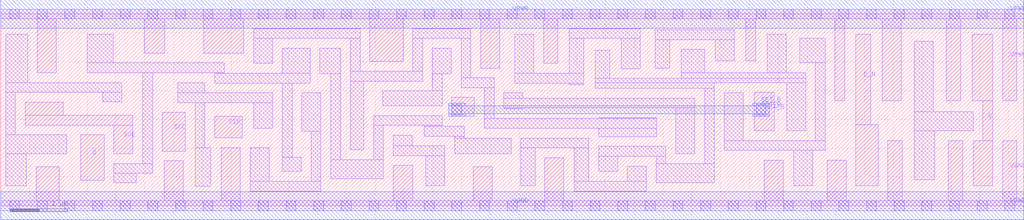
<source format=lef>
# Copyright 2020 The SkyWater PDK Authors
#
# Licensed under the Apache License, Version 2.0 (the "License");
# you may not use this file except in compliance with the License.
# You may obtain a copy of the License at
#
#     https://www.apache.org/licenses/LICENSE-2.0
#
# Unless required by applicable law or agreed to in writing, software
# distributed under the License is distributed on an "AS IS" BASIS,
# WITHOUT WARRANTIES OR CONDITIONS OF ANY KIND, either express or implied.
# See the License for the specific language governing permissions and
# limitations under the License.
#
# SPDX-License-Identifier: Apache-2.0

VERSION 5.7 ;
  NAMESCASESENSITIVE ON ;
  NOWIREEXTENSIONATPIN ON ;
  DIVIDERCHAR "/" ;
  BUSBITCHARS "[]" ;
UNITS
  DATABASE MICRONS 200 ;
END UNITS
MACRO sky130_fd_sc_ls__sdfsbp_2
  CLASS CORE ;
  SOURCE USER ;
  FOREIGN sky130_fd_sc_ls__sdfsbp_2 ;
  ORIGIN  0.000000  0.000000 ;
  SIZE  17.76000 BY  3.330000 ;
  SYMMETRY X Y ;
  SITE unit ;
  PIN D
    ANTENNAGATEAREA  0.159000 ;
    DIRECTION INPUT ;
    USE SIGNAL ;
    PORT
      LAYER li1 ;
        RECT 1.385000 0.440000 1.795000 1.230000 ;
    END
  END D
  PIN Q
    ANTENNADIFFAREA  0.543200 ;
    DIRECTION OUTPUT ;
    USE SIGNAL ;
    PORT
      LAYER li1 ;
        RECT 16.865000 1.820000 17.225000 2.980000 ;
        RECT 16.885000 0.350000 17.225000 1.130000 ;
        RECT 17.055000 1.130000 17.225000 1.820000 ;
    END
  END Q
  PIN Q_N
    ANTENNADIFFAREA  0.558000 ;
    DIRECTION OUTPUT ;
    USE SIGNAL ;
    PORT
      LAYER li1 ;
        RECT 14.850000 0.350000 15.235000 1.410000 ;
        RECT 14.850000 1.410000 15.105000 2.980000 ;
    END
  END Q_N
  PIN SCD
    ANTENNAGATEAREA  0.159000 ;
    DIRECTION INPUT ;
    USE SIGNAL ;
    PORT
      LAYER li1 ;
        RECT 2.805000 0.950000 3.205000 1.620000 ;
    END
  END SCD
  PIN SCE
    ANTENNAGATEAREA  0.318000 ;
    DIRECTION INPUT ;
    USE SIGNAL ;
    PORT
      LAYER li1 ;
        RECT 0.425000 1.400000 2.295000 1.570000 ;
        RECT 0.425000 1.570000 1.085000 1.800000 ;
        RECT 1.965000 0.900000 2.295000 1.400000 ;
    END
  END SCE
  PIN SET_B
    ANTENNAGATEAREA  0.252000 ;
    DIRECTION INPUT ;
    USE SIGNAL ;
    PORT
      LAYER li1 ;
        RECT  7.835000 1.550000  8.225000 1.880000 ;
        RECT 13.085000 1.300000 13.435000 1.970000 ;
      LAYER mcon ;
        RECT  7.835000 1.580000  8.005000 1.750000 ;
        RECT 13.115000 1.580000 13.285000 1.750000 ;
      LAYER met1 ;
        RECT  7.775000 1.550000  8.065000 1.595000 ;
        RECT  7.775000 1.595000 13.345000 1.735000 ;
        RECT  7.775000 1.735000  8.065000 1.780000 ;
        RECT 13.055000 1.550000 13.345000 1.595000 ;
        RECT 13.055000 1.735000 13.345000 1.780000 ;
    END
  END SET_B
  PIN CLK
    ANTENNAGATEAREA  0.279000 ;
    DIRECTION INPUT ;
    USE CLOCK ;
    PORT
      LAYER li1 ;
        RECT 3.715000 1.180000 4.195000 1.550000 ;
    END
  END CLK
  PIN VGND
    DIRECTION INOUT ;
    SHAPE ABUTMENT ;
    USE GROUND ;
    PORT
      LAYER li1 ;
        RECT  0.000000 -0.085000 17.760000 0.085000 ;
        RECT  0.615000  0.085000  1.020000 0.680000 ;
        RECT  2.840000  0.085000  3.170000 0.780000 ;
        RECT  3.830000  0.085000  4.160000 1.010000 ;
        RECT  6.815000  0.085000  7.150000 0.700000 ;
        RECT  8.200000  0.085000  8.530000 0.680000 ;
        RECT  9.450000  0.085000  9.780000 0.835000 ;
        RECT 13.260000  0.085000 13.590000 0.790000 ;
        RECT 14.350000  0.085000 14.680000 0.790000 ;
        RECT 15.405000  0.085000 15.655000 1.130000 ;
        RECT 16.455000  0.085000 16.705000 1.130000 ;
        RECT 17.395000  0.085000 17.645000 1.130000 ;
      LAYER mcon ;
        RECT  0.155000 -0.085000  0.325000 0.085000 ;
        RECT  0.635000 -0.085000  0.805000 0.085000 ;
        RECT  1.115000 -0.085000  1.285000 0.085000 ;
        RECT  1.595000 -0.085000  1.765000 0.085000 ;
        RECT  2.075000 -0.085000  2.245000 0.085000 ;
        RECT  2.555000 -0.085000  2.725000 0.085000 ;
        RECT  3.035000 -0.085000  3.205000 0.085000 ;
        RECT  3.515000 -0.085000  3.685000 0.085000 ;
        RECT  3.995000 -0.085000  4.165000 0.085000 ;
        RECT  4.475000 -0.085000  4.645000 0.085000 ;
        RECT  4.955000 -0.085000  5.125000 0.085000 ;
        RECT  5.435000 -0.085000  5.605000 0.085000 ;
        RECT  5.915000 -0.085000  6.085000 0.085000 ;
        RECT  6.395000 -0.085000  6.565000 0.085000 ;
        RECT  6.875000 -0.085000  7.045000 0.085000 ;
        RECT  7.355000 -0.085000  7.525000 0.085000 ;
        RECT  7.835000 -0.085000  8.005000 0.085000 ;
        RECT  8.315000 -0.085000  8.485000 0.085000 ;
        RECT  8.795000 -0.085000  8.965000 0.085000 ;
        RECT  9.275000 -0.085000  9.445000 0.085000 ;
        RECT  9.755000 -0.085000  9.925000 0.085000 ;
        RECT 10.235000 -0.085000 10.405000 0.085000 ;
        RECT 10.715000 -0.085000 10.885000 0.085000 ;
        RECT 11.195000 -0.085000 11.365000 0.085000 ;
        RECT 11.675000 -0.085000 11.845000 0.085000 ;
        RECT 12.155000 -0.085000 12.325000 0.085000 ;
        RECT 12.635000 -0.085000 12.805000 0.085000 ;
        RECT 13.115000 -0.085000 13.285000 0.085000 ;
        RECT 13.595000 -0.085000 13.765000 0.085000 ;
        RECT 14.075000 -0.085000 14.245000 0.085000 ;
        RECT 14.555000 -0.085000 14.725000 0.085000 ;
        RECT 15.035000 -0.085000 15.205000 0.085000 ;
        RECT 15.515000 -0.085000 15.685000 0.085000 ;
        RECT 15.995000 -0.085000 16.165000 0.085000 ;
        RECT 16.475000 -0.085000 16.645000 0.085000 ;
        RECT 16.955000 -0.085000 17.125000 0.085000 ;
        RECT 17.435000 -0.085000 17.605000 0.085000 ;
      LAYER met1 ;
        RECT 0.000000 -0.245000 17.760000 0.245000 ;
    END
  END VGND
  PIN VPWR
    DIRECTION INOUT ;
    SHAPE ABUTMENT ;
    USE POWER ;
    PORT
      LAYER li1 ;
        RECT  0.000000 3.245000 17.760000 3.415000 ;
        RECT  0.635000 2.310000  0.965000 3.245000 ;
        RECT  2.495000 2.650000  2.845000 3.245000 ;
        RECT  3.525000 2.650000  4.220000 3.245000 ;
        RECT  6.410000 2.505000  6.985000 3.245000 ;
        RECT  8.335000 2.390000  8.665000 3.245000 ;
        RECT  9.425000 2.470000  9.675000 3.245000 ;
        RECT 12.940000 2.520000 13.110000 3.245000 ;
        RECT 14.485000 1.820000 14.655000 3.245000 ;
        RECT 15.305000 1.820000 15.635000 3.245000 ;
        RECT 16.415000 1.820000 16.665000 3.245000 ;
        RECT 17.395000 1.820000 17.645000 3.245000 ;
      LAYER mcon ;
        RECT  0.155000 3.245000  0.325000 3.415000 ;
        RECT  0.635000 3.245000  0.805000 3.415000 ;
        RECT  1.115000 3.245000  1.285000 3.415000 ;
        RECT  1.595000 3.245000  1.765000 3.415000 ;
        RECT  2.075000 3.245000  2.245000 3.415000 ;
        RECT  2.555000 3.245000  2.725000 3.415000 ;
        RECT  3.035000 3.245000  3.205000 3.415000 ;
        RECT  3.515000 3.245000  3.685000 3.415000 ;
        RECT  3.995000 3.245000  4.165000 3.415000 ;
        RECT  4.475000 3.245000  4.645000 3.415000 ;
        RECT  4.955000 3.245000  5.125000 3.415000 ;
        RECT  5.435000 3.245000  5.605000 3.415000 ;
        RECT  5.915000 3.245000  6.085000 3.415000 ;
        RECT  6.395000 3.245000  6.565000 3.415000 ;
        RECT  6.875000 3.245000  7.045000 3.415000 ;
        RECT  7.355000 3.245000  7.525000 3.415000 ;
        RECT  7.835000 3.245000  8.005000 3.415000 ;
        RECT  8.315000 3.245000  8.485000 3.415000 ;
        RECT  8.795000 3.245000  8.965000 3.415000 ;
        RECT  9.275000 3.245000  9.445000 3.415000 ;
        RECT  9.755000 3.245000  9.925000 3.415000 ;
        RECT 10.235000 3.245000 10.405000 3.415000 ;
        RECT 10.715000 3.245000 10.885000 3.415000 ;
        RECT 11.195000 3.245000 11.365000 3.415000 ;
        RECT 11.675000 3.245000 11.845000 3.415000 ;
        RECT 12.155000 3.245000 12.325000 3.415000 ;
        RECT 12.635000 3.245000 12.805000 3.415000 ;
        RECT 13.115000 3.245000 13.285000 3.415000 ;
        RECT 13.595000 3.245000 13.765000 3.415000 ;
        RECT 14.075000 3.245000 14.245000 3.415000 ;
        RECT 14.555000 3.245000 14.725000 3.415000 ;
        RECT 15.035000 3.245000 15.205000 3.415000 ;
        RECT 15.515000 3.245000 15.685000 3.415000 ;
        RECT 15.995000 3.245000 16.165000 3.415000 ;
        RECT 16.475000 3.245000 16.645000 3.415000 ;
        RECT 16.955000 3.245000 17.125000 3.415000 ;
        RECT 17.435000 3.245000 17.605000 3.415000 ;
      LAYER met1 ;
        RECT 0.000000 3.085000 17.760000 3.575000 ;
    END
  END VPWR
  OBS
    LAYER li1 ;
      RECT  0.085000 0.350000  0.445000 0.900000 ;
      RECT  0.085000 0.900000  1.145000 1.230000 ;
      RECT  0.085000 1.230000  0.255000 1.970000 ;
      RECT  0.085000 1.970000  2.105000 2.140000 ;
      RECT  0.085000 2.140000  0.465000 2.980000 ;
      RECT  1.505000 2.310000  3.885000 2.480000 ;
      RECT  1.505000 2.480000  1.955000 2.980000 ;
      RECT  1.775000 1.810000  2.105000 1.970000 ;
      RECT  1.965000 0.400000  2.350000 0.560000 ;
      RECT  1.965000 0.560000  2.635000 0.730000 ;
      RECT  2.465000 0.730000  2.635000 2.310000 ;
      RECT  3.075000 1.790000  4.720000 1.960000 ;
      RECT  3.075000 1.960000  3.545000 2.140000 ;
      RECT  3.375000 0.340000  3.650000 1.010000 ;
      RECT  3.375000 1.010000  3.545000 1.790000 ;
      RECT  3.715000 2.130000  5.370000 2.300000 ;
      RECT  3.715000 2.300000  3.885000 2.310000 ;
      RECT  4.330000 0.255000  5.560000 0.425000 ;
      RECT  4.330000 0.425000  4.660000 1.010000 ;
      RECT  4.390000 1.350000  4.720000 1.790000 ;
      RECT  4.390000 2.470000  4.720000 2.905000 ;
      RECT  4.390000 2.905000  6.240000 3.075000 ;
      RECT  4.890000 0.595000  5.220000 0.845000 ;
      RECT  4.890000 0.845000  5.060000 2.130000 ;
      RECT  4.890000 2.300000  5.370000 2.735000 ;
      RECT  5.230000 1.290000  5.560000 1.960000 ;
      RECT  5.390000 0.425000  5.560000 1.290000 ;
      RECT  5.540000 2.295000  5.900000 2.735000 ;
      RECT  5.730000 0.470000  6.645000 0.800000 ;
      RECT  5.730000 0.800000  5.900000 2.295000 ;
      RECT  6.070000 0.970000  6.305000 2.165000 ;
      RECT  6.070000 2.165000  7.325000 2.335000 ;
      RECT  6.070000 2.335000  6.240000 2.905000 ;
      RECT  6.475000 0.800000  6.645000 1.395000 ;
      RECT  6.475000 1.395000  7.665000 1.565000 ;
      RECT  6.635000 1.735000  7.665000 1.995000 ;
      RECT  6.815000 0.870000  7.710000 1.040000 ;
      RECT  6.815000 1.040000  7.145000 1.225000 ;
      RECT  7.155000 2.335000  7.325000 2.905000 ;
      RECT  7.155000 2.905000  8.165000 3.075000 ;
      RECT  7.355000 1.210000  8.050000 1.380000 ;
      RECT  7.355000 1.380000  7.665000 1.395000 ;
      RECT  7.380000 0.350000  7.710000 0.870000 ;
      RECT  7.495000 1.995000  7.665000 2.295000 ;
      RECT  7.495000 2.295000  7.825000 2.735000 ;
      RECT  7.880000 0.900000  8.860000 1.175000 ;
      RECT  7.880000 1.175000  8.050000 1.210000 ;
      RECT  7.995000 2.050000  8.565000 2.220000 ;
      RECT  7.995000 2.220000  8.165000 2.905000 ;
      RECT  8.395000 1.345000 11.390000 1.515000 ;
      RECT  8.395000 1.515000  8.565000 2.050000 ;
      RECT  8.735000 1.685000  9.065000 1.700000 ;
      RECT  8.735000 1.700000 12.050000 1.870000 ;
      RECT  8.735000 1.870000  9.065000 1.960000 ;
      RECT  8.925000 2.130000 10.125000 2.300000 ;
      RECT  8.925000 2.300000  9.255000 2.980000 ;
      RECT  9.030000 0.350000  9.280000 1.005000 ;
      RECT  9.030000 1.005000 10.210000 1.175000 ;
      RECT  9.875000 2.100000 10.125000 2.130000 ;
      RECT  9.875000 2.300000 10.125000 2.905000 ;
      RECT  9.875000 2.905000 11.105000 3.075000 ;
      RECT  9.960000 0.255000 11.210000 0.425000 ;
      RECT  9.960000 0.425000 10.210000 1.005000 ;
      RECT 10.325000 2.040000 12.390000 2.140000 ;
      RECT 10.325000 2.140000 13.975000 2.210000 ;
      RECT 10.325000 2.210000 10.575000 2.700000 ;
      RECT 10.380000 0.595000 10.710000 0.860000 ;
      RECT 10.380000 0.860000 11.550000 1.030000 ;
      RECT 10.380000 1.200000 11.390000 1.345000 ;
      RECT 10.380000 1.515000 11.390000 1.530000 ;
      RECT 10.775000 2.380000 11.105000 2.905000 ;
      RECT 10.880000 0.425000 11.210000 0.690000 ;
      RECT 11.365000 2.385000 11.620000 2.885000 ;
      RECT 11.365000 2.885000 12.740000 3.055000 ;
      RECT 11.380000 0.400000 12.390000 0.730000 ;
      RECT 11.380000 0.730000 11.550000 0.860000 ;
      RECT 11.720000 0.900000 12.050000 1.700000 ;
      RECT 11.820000 2.210000 13.975000 2.310000 ;
      RECT 11.820000 2.310000 12.220000 2.715000 ;
      RECT 12.220000 0.730000 12.390000 2.040000 ;
      RECT 12.410000 2.520000 12.740000 2.885000 ;
      RECT 12.565000 0.960000 14.315000 1.130000 ;
      RECT 12.565000 1.130000 12.895000 1.960000 ;
      RECT 13.310000 2.310000 13.640000 2.980000 ;
      RECT 13.645000 1.300000 13.975000 2.140000 ;
      RECT 13.770000 0.350000 14.100000 0.960000 ;
      RECT 13.870000 2.480000 14.315000 2.910000 ;
      RECT 14.145000 1.130000 14.315000 2.480000 ;
      RECT 15.865000 0.450000 16.220000 1.300000 ;
      RECT 15.865000 1.300000 16.885000 1.630000 ;
      RECT 15.865000 1.630000 16.195000 2.860000 ;
  END
END sky130_fd_sc_ls__sdfsbp_2

</source>
